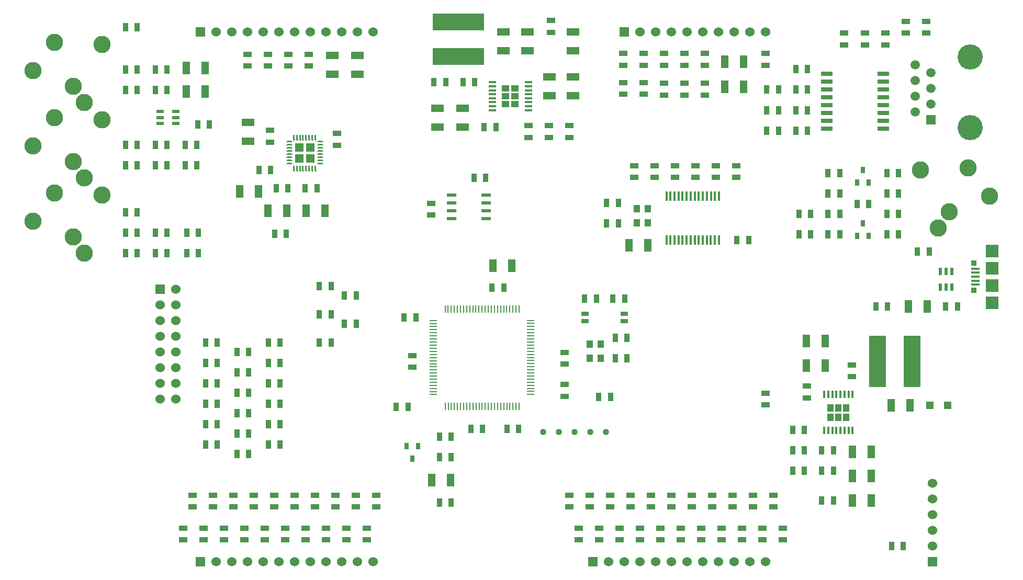
<source format=gts>
G04 (created by PCBNEW (2013-03-19 BZR 4004)-stable) date 7/29/2015 2:41:24 PM*
%MOIN*%
G04 Gerber Fmt 3.4, Leading zero omitted, Abs format*
%FSLAX34Y34*%
G01*
G70*
G90*
G04 APERTURE LIST*
%ADD10C,0.007*%
%ADD11R,0.055X0.015*%
%ADD12R,0.035X0.035*%
%ADD13R,0.08X0.08*%
%ADD14C,0.11*%
%ADD15C,0.16*%
%ADD16R,0.0591X0.0591*%
%ADD17C,0.0591*%
%ADD18R,0.01X0.05*%
%ADD19R,0.05X0.01*%
%ADD20R,0.035X0.055*%
%ADD21R,0.055X0.035*%
%ADD22R,0.016X0.06*%
%ADD23R,0.075X0.025*%
%ADD24R,0.05X0.025*%
%ADD25R,0.04X0.05*%
%ADD26O,0.01X0.04*%
%ADD27O,0.04X0.01*%
%ADD28R,0.055X0.055*%
%ADD29R,0.06X0.02*%
%ADD30R,0.05X0.05*%
%ADD31R,0.325X0.105*%
%ADD32R,0.105X0.325*%
%ADD33R,0.03X0.04*%
%ADD34R,0.08X0.05*%
%ADD35R,0.05X0.08*%
%ADD36C,0.04*%
%ADD37R,0.05X0.022*%
%ADD38R,0.022X0.05*%
%ADD39R,0.015X0.05*%
%ADD40R,0.05X0.015*%
%ADD41R,0.05X0.04*%
%ADD42R,0.06X0.06*%
%ADD43C,0.06*%
G04 APERTURE END LIST*
G54D10*
G54D11*
X60770Y-18910D03*
X60770Y-18660D03*
X60770Y-18400D03*
X60770Y-18140D03*
X60770Y-17890D03*
G54D12*
X60670Y-19280D03*
X60670Y-17520D03*
G54D13*
X61850Y-20050D03*
X61850Y-16750D03*
X61850Y-18950D03*
X61850Y-17850D03*
G54D14*
X61660Y-13250D03*
X58400Y-15300D03*
X59100Y-14250D03*
X57260Y-11600D03*
X60310Y-11450D03*
X740Y-5250D03*
X4000Y-7300D03*
X3300Y-6250D03*
X5140Y-3600D03*
X2090Y-3450D03*
X740Y-10050D03*
X4000Y-12100D03*
X3300Y-11050D03*
X5140Y-8400D03*
X2090Y-8250D03*
X740Y-14850D03*
X4000Y-16900D03*
X3300Y-15850D03*
X5140Y-13200D03*
X2090Y-13050D03*
G54D15*
X60430Y-4400D03*
X60430Y-8900D03*
G54D16*
X57930Y-8400D03*
G54D17*
X56930Y-7900D03*
X57930Y-7400D03*
X56930Y-6900D03*
X57930Y-6400D03*
X56930Y-5900D03*
X57930Y-5400D03*
X56930Y-4900D03*
G54D18*
X26990Y-20450D03*
X31710Y-20450D03*
X31510Y-20450D03*
X31320Y-20450D03*
X31120Y-20450D03*
X30920Y-20450D03*
X30730Y-20450D03*
X30530Y-20450D03*
X30330Y-20450D03*
X30140Y-20450D03*
X29940Y-20450D03*
X29740Y-20450D03*
X29540Y-20450D03*
X29350Y-20450D03*
X29150Y-20450D03*
X28950Y-20450D03*
X28760Y-20450D03*
X28560Y-20450D03*
X28360Y-20450D03*
X28170Y-20450D03*
X27970Y-20450D03*
X27770Y-20450D03*
X27580Y-20450D03*
X27380Y-20450D03*
X27180Y-20450D03*
G54D19*
X32450Y-21190D03*
X32450Y-25910D03*
X32450Y-25710D03*
X32450Y-25520D03*
X32450Y-25320D03*
X32450Y-25120D03*
X32450Y-24930D03*
X32450Y-24730D03*
X32450Y-24530D03*
X32450Y-24340D03*
X32450Y-24140D03*
X32450Y-23940D03*
X32450Y-23740D03*
X32450Y-23550D03*
X32450Y-23350D03*
X32450Y-23150D03*
X32450Y-22960D03*
X32450Y-22760D03*
X32450Y-22560D03*
X32450Y-22370D03*
X32450Y-22170D03*
X32450Y-21970D03*
X32450Y-21780D03*
X32450Y-21580D03*
X32450Y-21380D03*
X26250Y-21190D03*
X26250Y-21390D03*
X26250Y-21580D03*
X26250Y-21780D03*
X26250Y-21980D03*
X26250Y-22170D03*
X26250Y-22370D03*
X26250Y-22570D03*
X26250Y-22760D03*
X26250Y-22960D03*
X26250Y-23160D03*
X26250Y-23360D03*
X26250Y-23550D03*
X26250Y-23750D03*
X26250Y-23950D03*
X26250Y-24140D03*
X26250Y-24340D03*
X26250Y-24540D03*
X26250Y-24730D03*
X26250Y-24930D03*
X26250Y-25130D03*
X26250Y-25320D03*
X26250Y-25520D03*
X26250Y-25720D03*
X26250Y-25910D03*
G54D18*
X26990Y-26650D03*
X27190Y-26650D03*
X27380Y-26650D03*
X27580Y-26650D03*
X27780Y-26650D03*
X27970Y-26650D03*
X28170Y-26650D03*
X28370Y-26650D03*
X28560Y-26650D03*
X28760Y-26650D03*
X28960Y-26650D03*
X29160Y-26650D03*
X29350Y-26650D03*
X29550Y-26650D03*
X29750Y-26650D03*
X29940Y-26650D03*
X30140Y-26650D03*
X30340Y-26650D03*
X30530Y-26650D03*
X30730Y-26650D03*
X30930Y-26650D03*
X31120Y-26650D03*
X31320Y-26650D03*
X31520Y-26650D03*
X31710Y-26650D03*
G54D20*
X14475Y-25800D03*
X13725Y-25800D03*
X14475Y-23200D03*
X13725Y-23200D03*
X12475Y-27800D03*
X11725Y-27800D03*
X12475Y-25200D03*
X11725Y-25200D03*
X12475Y-22600D03*
X11725Y-22600D03*
X13725Y-29700D03*
X14475Y-29700D03*
X13725Y-27100D03*
X14475Y-27100D03*
X13725Y-24500D03*
X14475Y-24500D03*
X11725Y-29100D03*
X12475Y-29100D03*
X11725Y-26500D03*
X12475Y-26500D03*
G54D21*
X22600Y-32325D03*
X22600Y-33075D03*
X22000Y-34425D03*
X22000Y-35175D03*
G54D20*
X14475Y-28400D03*
X13725Y-28400D03*
G54D21*
X10300Y-35175D03*
X10300Y-34425D03*
X11600Y-35175D03*
X11600Y-34425D03*
X12900Y-35175D03*
X12900Y-34425D03*
G54D20*
X53975Y-13750D03*
X53225Y-13750D03*
X51375Y-15700D03*
X52125Y-15700D03*
G54D21*
X14200Y-35175D03*
X14200Y-34425D03*
X15500Y-35175D03*
X15500Y-34425D03*
X16800Y-35175D03*
X16800Y-34425D03*
X18100Y-35175D03*
X18100Y-34425D03*
X19400Y-35175D03*
X19400Y-34425D03*
G54D20*
X55125Y-15700D03*
X55875Y-15700D03*
X30725Y-19100D03*
X29975Y-19100D03*
X26625Y-28600D03*
X27375Y-28600D03*
X37825Y-23600D03*
X38575Y-23600D03*
X37825Y-22300D03*
X38575Y-22300D03*
X57075Y-16800D03*
X57825Y-16800D03*
X59625Y-20300D03*
X58875Y-20300D03*
G54D21*
X47400Y-4175D03*
X47400Y-4925D03*
X39650Y-4175D03*
X39650Y-4925D03*
G54D20*
X54425Y-20300D03*
X55175Y-20300D03*
G54D21*
X43550Y-4925D03*
X43550Y-4175D03*
X38350Y-4175D03*
X38350Y-4925D03*
X38350Y-6775D03*
X38350Y-6025D03*
G54D20*
X55875Y-14400D03*
X55125Y-14400D03*
G54D21*
X42250Y-4175D03*
X42250Y-4925D03*
X42250Y-6825D03*
X42250Y-6075D03*
X40950Y-6825D03*
X40950Y-6075D03*
X39650Y-6775D03*
X39650Y-6025D03*
X40950Y-4175D03*
X40950Y-4925D03*
X43550Y-6075D03*
X43550Y-6825D03*
G54D20*
X21325Y-19600D03*
X20575Y-19600D03*
X18975Y-19000D03*
X19725Y-19000D03*
X18975Y-22600D03*
X19725Y-22600D03*
G54D21*
X47900Y-32325D03*
X47900Y-33075D03*
X46600Y-32325D03*
X46600Y-33075D03*
X45300Y-32325D03*
X45300Y-33075D03*
X44000Y-32325D03*
X44000Y-33075D03*
X42700Y-32325D03*
X42700Y-33075D03*
X41400Y-32325D03*
X41400Y-33075D03*
X40100Y-32325D03*
X40100Y-33075D03*
X38800Y-32325D03*
X38800Y-33075D03*
G54D20*
X51375Y-11800D03*
X52125Y-11800D03*
G54D21*
X20700Y-35175D03*
X20700Y-34425D03*
G54D20*
X49525Y-14400D03*
X50275Y-14400D03*
G54D21*
X37500Y-32325D03*
X37500Y-33075D03*
G54D20*
X11725Y-23900D03*
X12475Y-23900D03*
G54D21*
X36200Y-32325D03*
X36200Y-33075D03*
G54D20*
X15725Y-22600D03*
X16475Y-22600D03*
X15725Y-25200D03*
X16475Y-25200D03*
G54D21*
X34900Y-32325D03*
X34900Y-33075D03*
G54D20*
X16475Y-29100D03*
X15725Y-29100D03*
X16475Y-26500D03*
X15725Y-26500D03*
X16475Y-23900D03*
X15725Y-23900D03*
G54D21*
X48500Y-35175D03*
X48500Y-34425D03*
G54D20*
X15725Y-27800D03*
X16475Y-27800D03*
X51375Y-13100D03*
X52125Y-13100D03*
G54D21*
X21300Y-32325D03*
X21300Y-33075D03*
X20000Y-32325D03*
X20000Y-33075D03*
G54D20*
X51375Y-14400D03*
X52125Y-14400D03*
G54D21*
X18700Y-32325D03*
X18700Y-33075D03*
X17400Y-32325D03*
X17400Y-33075D03*
X16100Y-32325D03*
X16100Y-33075D03*
X14800Y-32325D03*
X14800Y-33075D03*
X13500Y-32325D03*
X13500Y-33075D03*
X12200Y-32325D03*
X12200Y-33075D03*
X10900Y-32325D03*
X10900Y-33075D03*
X35500Y-35175D03*
X35500Y-34425D03*
X34600Y-26025D03*
X34600Y-25275D03*
G54D20*
X21325Y-21400D03*
X20575Y-21400D03*
G54D21*
X36800Y-35175D03*
X36800Y-34425D03*
X38100Y-35175D03*
X38100Y-34425D03*
G54D20*
X55875Y-11800D03*
X55125Y-11800D03*
X55125Y-13100D03*
X55875Y-13100D03*
G54D21*
X39400Y-35175D03*
X39400Y-34425D03*
X40700Y-35175D03*
X40700Y-34425D03*
X42000Y-35175D03*
X42000Y-34425D03*
X43300Y-35175D03*
X43300Y-34425D03*
X44600Y-35175D03*
X44600Y-34425D03*
X45900Y-35175D03*
X45900Y-34425D03*
X47200Y-35175D03*
X47200Y-34425D03*
G54D20*
X19725Y-20800D03*
X18975Y-20800D03*
X49525Y-15700D03*
X50275Y-15700D03*
X29475Y-8850D03*
X30225Y-8850D03*
X48225Y-9100D03*
X47475Y-9100D03*
G54D21*
X40350Y-12075D03*
X40350Y-11325D03*
X41650Y-12075D03*
X41650Y-11325D03*
X42950Y-12075D03*
X42950Y-11325D03*
G54D20*
X37275Y-15000D03*
X38025Y-15000D03*
G54D21*
X44250Y-12075D03*
X44250Y-11325D03*
X45550Y-12075D03*
X45550Y-11325D03*
G54D20*
X37275Y-13700D03*
X38025Y-13700D03*
G54D21*
X39050Y-12075D03*
X39050Y-11325D03*
G54D20*
X6625Y-15600D03*
X7375Y-15600D03*
G54D21*
X52400Y-3625D03*
X52400Y-2875D03*
X57650Y-2125D03*
X57650Y-2875D03*
X56350Y-2125D03*
X56350Y-2875D03*
X53750Y-2875D03*
X53750Y-3625D03*
X55050Y-2875D03*
X55050Y-3625D03*
G54D20*
X48225Y-7800D03*
X47475Y-7800D03*
X49325Y-5150D03*
X50075Y-5150D03*
X49325Y-6450D03*
X50075Y-6450D03*
X50075Y-9100D03*
X49325Y-9100D03*
X48225Y-6450D03*
X47475Y-6450D03*
X50075Y-7800D03*
X49325Y-7800D03*
G54D21*
X26100Y-14475D03*
X26100Y-13725D03*
G54D20*
X26625Y-32800D03*
X27375Y-32800D03*
X45575Y-16050D03*
X46325Y-16050D03*
X51725Y-29450D03*
X50975Y-29450D03*
X50975Y-30750D03*
X51725Y-30750D03*
G54D21*
X47400Y-25825D03*
X47400Y-26575D03*
G54D20*
X50975Y-32650D03*
X51725Y-32650D03*
G54D21*
X33750Y-2075D03*
X33750Y-2825D03*
G54D20*
X27025Y-6000D03*
X26275Y-6000D03*
X36775Y-26050D03*
X37525Y-26050D03*
X49125Y-29450D03*
X49875Y-29450D03*
X49125Y-28150D03*
X49875Y-28150D03*
G54D21*
X52900Y-24775D03*
X52900Y-24025D03*
X50050Y-25375D03*
X50050Y-26125D03*
X33600Y-9525D03*
X33600Y-8775D03*
X32300Y-9525D03*
X32300Y-8775D03*
X34900Y-8775D03*
X34900Y-9525D03*
G54D20*
X28875Y-6000D03*
X28125Y-6000D03*
X49875Y-30750D03*
X49125Y-30750D03*
X15125Y-11600D03*
X15875Y-11600D03*
X18075Y-12750D03*
X18825Y-12750D03*
X29575Y-12100D03*
X28825Y-12100D03*
X16225Y-12750D03*
X16975Y-12750D03*
X11175Y-10000D03*
X10425Y-10000D03*
X11175Y-11300D03*
X10425Y-11300D03*
X27375Y-29900D03*
X26625Y-29900D03*
X24375Y-20990D03*
X25125Y-20990D03*
X24625Y-26700D03*
X23875Y-26700D03*
X55425Y-35550D03*
X56175Y-35550D03*
X35875Y-19800D03*
X36625Y-19800D03*
X37675Y-19800D03*
X38425Y-19800D03*
G54D21*
X34600Y-23225D03*
X34600Y-23975D03*
X24900Y-23425D03*
X24900Y-24175D03*
G54D20*
X28625Y-28100D03*
X29375Y-28100D03*
X30925Y-28100D03*
X31675Y-28100D03*
X11975Y-8700D03*
X11225Y-8700D03*
X6625Y-16900D03*
X7375Y-16900D03*
X7375Y-14300D03*
X6625Y-14300D03*
X9275Y-16900D03*
X8525Y-16900D03*
X9275Y-15600D03*
X8525Y-15600D03*
X6625Y-2500D03*
X7375Y-2500D03*
X11275Y-16900D03*
X10525Y-16900D03*
X10525Y-15600D03*
X11275Y-15600D03*
X6625Y-11300D03*
X7375Y-11300D03*
X7375Y-10000D03*
X6625Y-10000D03*
X6625Y-6500D03*
X7375Y-6500D03*
X7375Y-5200D03*
X6625Y-5200D03*
X8525Y-6500D03*
X9275Y-6500D03*
X16125Y-15650D03*
X16875Y-15650D03*
G54D21*
X15850Y-9075D03*
X15850Y-9825D03*
X18300Y-4225D03*
X18300Y-4975D03*
X17000Y-4225D03*
X17000Y-4975D03*
X15700Y-4225D03*
X15700Y-4975D03*
X14400Y-4225D03*
X14400Y-4975D03*
G54D20*
X8525Y-10000D03*
X9275Y-10000D03*
G54D21*
X20100Y-9275D03*
X20100Y-10025D03*
G54D20*
X8525Y-5200D03*
X9275Y-5200D03*
X8525Y-11300D03*
X9275Y-11300D03*
G54D22*
X41100Y-16050D03*
X41350Y-16050D03*
X41610Y-16050D03*
X41870Y-16050D03*
X42120Y-16050D03*
X42380Y-16050D03*
X42640Y-16050D03*
X42890Y-16050D03*
X43150Y-16050D03*
X43400Y-16050D03*
X43660Y-16050D03*
X43920Y-16050D03*
X44170Y-16050D03*
X44430Y-16050D03*
X44430Y-13250D03*
X44170Y-13250D03*
X43930Y-13250D03*
X43660Y-13250D03*
X43400Y-13250D03*
X43150Y-13250D03*
X42890Y-13250D03*
X42640Y-13250D03*
X42380Y-13250D03*
X42120Y-13250D03*
X41870Y-13250D03*
X41610Y-13250D03*
X41350Y-13250D03*
X41100Y-13250D03*
G54D23*
X51300Y-5450D03*
X51300Y-5950D03*
X51300Y-6450D03*
X51300Y-6950D03*
X51300Y-7450D03*
X51300Y-7950D03*
X51300Y-8450D03*
X51300Y-8950D03*
X54900Y-8950D03*
X54900Y-8450D03*
X54900Y-7950D03*
X54900Y-7450D03*
X54900Y-6950D03*
X54900Y-6450D03*
X54900Y-5950D03*
X54900Y-5450D03*
G54D24*
X35900Y-21230D03*
X38400Y-21230D03*
X38400Y-20770D03*
X35900Y-20770D03*
G54D25*
X36200Y-22700D03*
X36200Y-23600D03*
X36900Y-23600D03*
X36900Y-22700D03*
X39200Y-14050D03*
X39200Y-14950D03*
X39900Y-14950D03*
X39900Y-14050D03*
G54D26*
X18542Y-11484D03*
X18345Y-11484D03*
X18148Y-11484D03*
X18739Y-11484D03*
G54D27*
X19034Y-11189D03*
X19034Y-10992D03*
X19034Y-10795D03*
X19034Y-10598D03*
X19034Y-10402D03*
X19034Y-10205D03*
X19034Y-10008D03*
X19034Y-9811D03*
G54D26*
X17361Y-9516D03*
X18739Y-9516D03*
X18542Y-9516D03*
X18345Y-9516D03*
X18148Y-9516D03*
X17952Y-9516D03*
X17755Y-9516D03*
X17558Y-9516D03*
G54D27*
X17066Y-9811D03*
X17066Y-10008D03*
X17066Y-10205D03*
X17066Y-10402D03*
X17066Y-10598D03*
X17066Y-10795D03*
X17066Y-10992D03*
X17066Y-11189D03*
G54D26*
X17361Y-11484D03*
X17558Y-11484D03*
X17755Y-11484D03*
X17952Y-11484D03*
G54D28*
X18400Y-10850D03*
X17700Y-10850D03*
X18400Y-10150D03*
X17700Y-10150D03*
G54D29*
X29600Y-13200D03*
X29600Y-13700D03*
X29600Y-14200D03*
X29600Y-14700D03*
X27400Y-14700D03*
X27400Y-14200D03*
X27400Y-13700D03*
X27400Y-13200D03*
G54D30*
X57880Y-26600D03*
X59020Y-26600D03*
G54D31*
X27850Y-4350D03*
X27850Y-2150D03*
G54D32*
X54550Y-23800D03*
X56750Y-23800D03*
G54D33*
X53600Y-15000D03*
X53975Y-15800D03*
X53225Y-15800D03*
X53600Y-11600D03*
X53975Y-12400D03*
X53225Y-12400D03*
X24900Y-30000D03*
X24525Y-29200D03*
X25275Y-29200D03*
G54D34*
X35150Y-2800D03*
X35150Y-4000D03*
G54D35*
X26150Y-31350D03*
X27350Y-31350D03*
X39900Y-16400D03*
X38700Y-16400D03*
X56600Y-26600D03*
X55400Y-26600D03*
X51200Y-24050D03*
X50000Y-24050D03*
X52950Y-31100D03*
X54150Y-31100D03*
X52950Y-32650D03*
X54150Y-32650D03*
X56500Y-20300D03*
X57700Y-20300D03*
X51200Y-22500D03*
X50000Y-22500D03*
X44800Y-4700D03*
X46000Y-4700D03*
X44800Y-6300D03*
X46000Y-6300D03*
G54D34*
X35150Y-6850D03*
X35150Y-5650D03*
X33650Y-6850D03*
X33650Y-5650D03*
X28100Y-7650D03*
X28100Y-8850D03*
X30700Y-2800D03*
X30700Y-4000D03*
X21400Y-4300D03*
X21400Y-5500D03*
X19800Y-4300D03*
X19800Y-5500D03*
G54D35*
X18150Y-14200D03*
X19350Y-14200D03*
X15700Y-14200D03*
X16900Y-14200D03*
G54D34*
X14450Y-8550D03*
X14450Y-9750D03*
G54D35*
X11700Y-6600D03*
X10500Y-6600D03*
X11700Y-5100D03*
X10500Y-5100D03*
X52950Y-29550D03*
X54150Y-29550D03*
X13900Y-12950D03*
X15100Y-12950D03*
G54D34*
X26500Y-7650D03*
X26500Y-8850D03*
G54D36*
X35250Y-28300D03*
X36250Y-28300D03*
X33250Y-28300D03*
X34250Y-28300D03*
X37250Y-28300D03*
G54D37*
X9850Y-7880D03*
X9850Y-8250D03*
X9850Y-8620D03*
X8850Y-8620D03*
X8850Y-8250D03*
X8850Y-7880D03*
G54D38*
X59270Y-19050D03*
X58900Y-19050D03*
X58530Y-19050D03*
X58530Y-18050D03*
X58900Y-18050D03*
X59270Y-18050D03*
G54D34*
X32250Y-2800D03*
X32250Y-4000D03*
G54D39*
X52950Y-28200D03*
X52430Y-28200D03*
X52180Y-28200D03*
X51920Y-28200D03*
X51670Y-28200D03*
X51410Y-28200D03*
X51150Y-28200D03*
X51150Y-25900D03*
X51410Y-25900D03*
X51670Y-25900D03*
X51920Y-25900D03*
X52180Y-25900D03*
X52430Y-25900D03*
X52690Y-25900D03*
X52950Y-25900D03*
X52690Y-28200D03*
G54D25*
X52050Y-27350D03*
X51550Y-27350D03*
X52550Y-27350D03*
X52050Y-26750D03*
X51550Y-26750D03*
X52550Y-26750D03*
G54D40*
X32300Y-6000D03*
X32300Y-6520D03*
X32300Y-6770D03*
X32300Y-7030D03*
X32300Y-7280D03*
X32300Y-7540D03*
X32300Y-7800D03*
X30000Y-7800D03*
X30000Y-7540D03*
X30000Y-7280D03*
X30000Y-7030D03*
X30000Y-6770D03*
X30000Y-6520D03*
X30000Y-6260D03*
X30000Y-6000D03*
X32300Y-6260D03*
G54D41*
X31450Y-6900D03*
X31450Y-7400D03*
X31450Y-6400D03*
X30850Y-6900D03*
X30850Y-7400D03*
X30850Y-6400D03*
G54D35*
X31250Y-17700D03*
X30050Y-17700D03*
G54D42*
X11400Y-2800D03*
G54D43*
X12400Y-2800D03*
X13400Y-2800D03*
X14400Y-2800D03*
X15400Y-2800D03*
X16400Y-2800D03*
X17400Y-2800D03*
X18400Y-2800D03*
X19400Y-2800D03*
X20400Y-2800D03*
X21400Y-2800D03*
X22400Y-2800D03*
G54D42*
X11400Y-36550D03*
G54D43*
X12400Y-36550D03*
X13400Y-36550D03*
X14400Y-36550D03*
X15400Y-36550D03*
X16400Y-36550D03*
X17400Y-36550D03*
X18400Y-36550D03*
X19400Y-36550D03*
X20400Y-36550D03*
X21400Y-36550D03*
X22400Y-36550D03*
G54D42*
X36400Y-36550D03*
G54D43*
X37400Y-36550D03*
X38400Y-36550D03*
X39400Y-36550D03*
X40400Y-36550D03*
X41400Y-36550D03*
X42400Y-36550D03*
X43400Y-36550D03*
X44400Y-36550D03*
X45400Y-36550D03*
X46400Y-36550D03*
X47400Y-36550D03*
G54D42*
X58050Y-36550D03*
G54D43*
X58050Y-35550D03*
X58050Y-34550D03*
X58050Y-33550D03*
X58050Y-32550D03*
X58050Y-31550D03*
G54D42*
X38400Y-2800D03*
G54D43*
X39400Y-2800D03*
X40400Y-2800D03*
X41400Y-2800D03*
X42400Y-2800D03*
X43400Y-2800D03*
X44400Y-2800D03*
X45400Y-2800D03*
X46400Y-2800D03*
X47400Y-2800D03*
X9850Y-19200D03*
G54D42*
X8850Y-19200D03*
G54D43*
X9850Y-20200D03*
X8850Y-20200D03*
X9850Y-21200D03*
X8850Y-21200D03*
X9850Y-22200D03*
X8850Y-22200D03*
X9850Y-23200D03*
X8850Y-23200D03*
X9850Y-24200D03*
X8850Y-24200D03*
X9850Y-25200D03*
X8850Y-25200D03*
X9850Y-26200D03*
X8850Y-26200D03*
M02*

</source>
